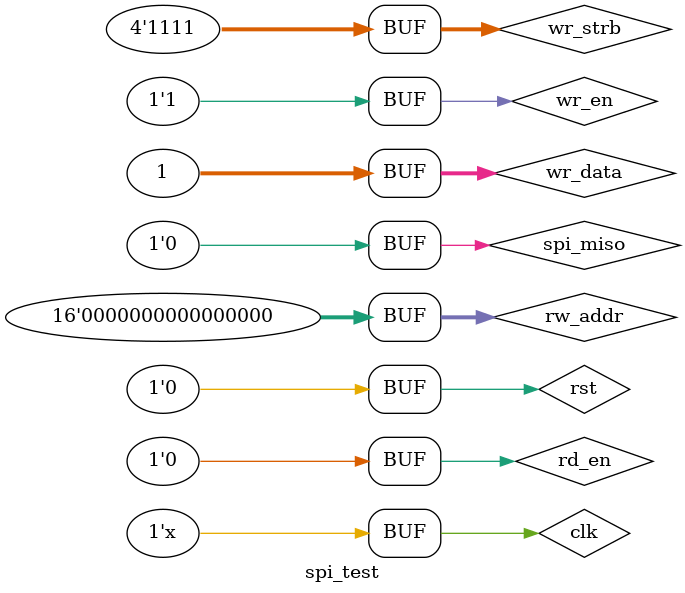
<source format=v>
`timescale 1ns / 1ps
`default_nettype none

module spi_test;

	// Inputs
	reg clk;
	reg rst;
	reg [15:0] rw_addr;
	reg wr_en;
	reg [31:0] wr_data;
	reg [3:0] wr_strb;
	reg rd_en;
	reg spi_miso;

	// Outputs
	wire [31:0] rd_data;
	wire spi_mosi;
	wire spi_sck;
	wire [3:0] spi_cs;
	wire irq;

	// Instantiate the Unit Under Test (UUT)
	spi uut (
		.clk(clk), 
		.rst(rst), 
		.rw_addr(rw_addr), 
		.wr_en(wr_en), 
		.wr_data(wr_data), 
		.wr_strb(wr_strb), 
		.rd_en(rd_en), 
		.rd_data(rd_data), 
		.spi_miso(spi_miso), 
		.spi_mosi(spi_mosi), 
		.spi_sck(spi_sck), 
		.spi_cs(spi_cs), 
		.irq(irq)
	);

	initial begin
		// Initialize Inputs
		clk = 0;
		rst = 0;
		rw_addr = 0;
		wr_en = 0;
		wr_data = 0;
		wr_strb = 0;
		rd_en = 0;
		spi_miso = 0;

		// Wait 100 ns for global reset to finish
		#100;
        
		// Add stimulus here
		#10;
		rst = 1'b1;
		#10;
		rst = 1'b0; // TODO nem kell teljesbe
		#500;
		wr_en = 1'b1;
		wr_strb = 4'b1111;
		
		#500
		rw_addr = 16'd4;
		wr_data = 32'd1; // Órajelosztó
		# 400;
		
      rw_addr = 16'd20;
		wr_data = 32'd1; // Interrupt - enable
		# 400;
		
		rw_addr = 16'd8;
		wr_data = 32'b00; // üzemmód - CPOL = 0, CPHA = 0
		# 400;
		
		rw_addr = 16'd16;
		wr_data = 32'b1001_0001; // Adatregiszter
		# 400;
		
		rw_addr = 16'd24;
		wr_data = 32'd2; // Chip/Slave select
		# 400; 

		rw_addr = 16'd0;
		wr_data = 32'd1; // Start
		# 400; 
	end
      
// órajel generálása - 5 MHz
always
begin
   #100;
   clk <= ~clk;
end

endmodule

`default_nettype wire
</source>
